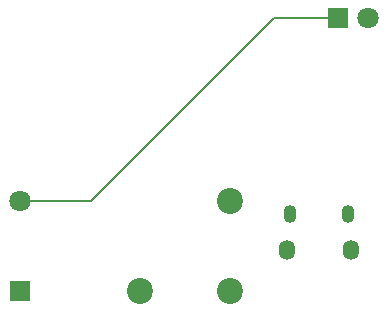
<source format=gbr>
%TF.GenerationSoftware,KiCad,Pcbnew,9.0.0*%
%TF.CreationDate,2025-04-09T12:13:31+05:30*%
%TF.ProjectId,ES lab Assignment,4553206c-6162-4204-9173-7369676e6d65,rev?*%
%TF.SameCoordinates,Original*%
%TF.FileFunction,Copper,L2,Bot*%
%TF.FilePolarity,Positive*%
%FSLAX46Y46*%
G04 Gerber Fmt 4.6, Leading zero omitted, Abs format (unit mm)*
G04 Created by KiCad (PCBNEW 9.0.0) date 2025-04-09 12:13:31*
%MOMM*%
%LPD*%
G01*
G04 APERTURE LIST*
%TA.AperFunction,HeatsinkPad*%
%ADD10O,1.350000X1.700000*%
%TD*%
%TA.AperFunction,HeatsinkPad*%
%ADD11O,1.100000X1.500000*%
%TD*%
%TA.AperFunction,ComponentPad*%
%ADD12C,2.200000*%
%TD*%
%TA.AperFunction,ComponentPad*%
%ADD13R,1.800000X1.800000*%
%TD*%
%TA.AperFunction,ComponentPad*%
%ADD14C,1.800000*%
%TD*%
%TA.AperFunction,Conductor*%
%ADD15C,0.200000*%
%TD*%
G04 APERTURE END LIST*
D10*
%TO.P,J1,6,Shield*%
%TO.N,unconnected-(J1-Shield-Pad6)_3*%
X146870000Y-111665000D03*
D11*
%TO.N,unconnected-(J1-Shield-Pad6)_4*%
X147180000Y-108665000D03*
%TO.N,unconnected-(J1-Shield-Pad6)_7*%
X152020000Y-108665000D03*
D10*
%TO.N,unconnected-(J1-Shield-Pad6)_8*%
X152330000Y-111665000D03*
%TD*%
D12*
%TO.P,K1,11*%
%TO.N,Net-(U1-GPIO5)*%
X134430000Y-115120000D03*
%TO.P,K1,12*%
%TO.N,unconnected-(K1-Pad12)*%
X142050000Y-107500000D03*
%TO.P,K1,14*%
%TO.N,unconnected-(K1-Pad14)*%
X142050000Y-115120000D03*
D13*
%TO.P,K1,A1*%
%TO.N,Net-(U1-3.3V)*%
X124270000Y-115120000D03*
D14*
%TO.P,K1,A2*%
%TO.N,Net-(D1-K)*%
X124270000Y-107500000D03*
%TD*%
D13*
%TO.P,D1,1,K*%
%TO.N,Net-(D1-K)*%
X151195000Y-92040000D03*
D14*
%TO.P,D1,2,A*%
%TO.N,Net-(D1-A)*%
X153735000Y-92040000D03*
%TD*%
D15*
%TO.N,Net-(D1-K)*%
X145760000Y-92040000D02*
X151195000Y-92040000D01*
X124270000Y-107500000D02*
X130300000Y-107500000D01*
X130300000Y-107500000D02*
X145760000Y-92040000D01*
%TD*%
M02*

</source>
